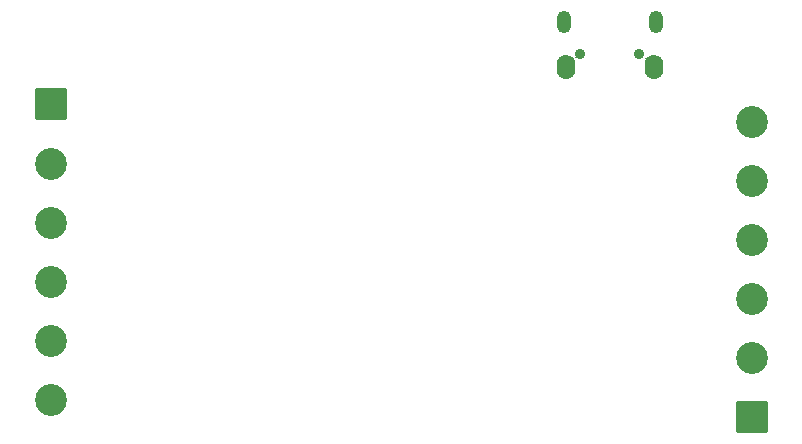
<source format=gbr>
G04 #@! TF.GenerationSoftware,KiCad,Pcbnew,(6.0.9)*
G04 #@! TF.CreationDate,2022-12-21T18:39:15+01:00*
G04 #@! TF.ProjectId,PP,50502e6b-6963-4616-945f-706362585858,rev?*
G04 #@! TF.SameCoordinates,Original*
G04 #@! TF.FileFunction,Soldermask,Bot*
G04 #@! TF.FilePolarity,Negative*
%FSLAX46Y46*%
G04 Gerber Fmt 4.6, Leading zero omitted, Abs format (unit mm)*
G04 Created by KiCad (PCBNEW (6.0.9)) date 2022-12-21 18:39:15*
%MOMM*%
%LPD*%
G01*
G04 APERTURE LIST*
G04 Aperture macros list*
%AMRoundRect*
0 Rectangle with rounded corners*
0 $1 Rounding radius*
0 $2 $3 $4 $5 $6 $7 $8 $9 X,Y pos of 4 corners*
0 Add a 4 corners polygon primitive as box body*
4,1,4,$2,$3,$4,$5,$6,$7,$8,$9,$2,$3,0*
0 Add four circle primitives for the rounded corners*
1,1,$1+$1,$2,$3*
1,1,$1+$1,$4,$5*
1,1,$1+$1,$6,$7*
1,1,$1+$1,$8,$9*
0 Add four rect primitives between the rounded corners*
20,1,$1+$1,$2,$3,$4,$5,0*
20,1,$1+$1,$4,$5,$6,$7,0*
20,1,$1+$1,$6,$7,$8,$9,0*
20,1,$1+$1,$8,$9,$2,$3,0*%
G04 Aperture macros list end*
%ADD10O,0.902000X0.902000*%
%ADD11O,1.552000X2.102000*%
%ADD12O,1.252000X1.902000*%
%ADD13C,2.702000*%
%ADD14RoundRect,0.051000X1.300000X-1.300000X1.300000X1.300000X-1.300000X1.300000X-1.300000X-1.300000X0*%
%ADD15RoundRect,0.051000X-1.300000X1.300000X-1.300000X-1.300000X1.300000X-1.300000X1.300000X1.300000X0*%
G04 APERTURE END LIST*
D10*
X126810000Y-47750000D03*
X131810000Y-47750000D03*
D11*
X125585000Y-48800000D03*
X133035000Y-48800000D03*
D12*
X125435000Y-45000000D03*
X133185000Y-45000000D03*
D13*
X141305000Y-53500000D03*
X141305000Y-58500000D03*
X141305000Y-63500000D03*
X141305000Y-68500000D03*
X141305000Y-73500000D03*
D14*
X141305000Y-78500000D03*
D15*
X82000000Y-52000000D03*
D13*
X82000000Y-57000000D03*
X82000000Y-62000000D03*
X82000000Y-67000000D03*
X82000000Y-72000000D03*
X82000000Y-77000000D03*
G36*
X82127603Y-75648379D02*
G01*
X82127930Y-75648410D01*
X82346643Y-75687369D01*
X82346960Y-75687453D01*
X82556375Y-75761611D01*
X82556674Y-75761745D01*
X82751165Y-75869109D01*
X82751438Y-75869290D01*
X82925782Y-76006980D01*
X82926021Y-76007204D01*
X83075536Y-76171518D01*
X83075736Y-76171778D01*
X83196407Y-76358306D01*
X83196562Y-76358595D01*
X83285147Y-76562329D01*
X83285253Y-76562639D01*
X83339374Y-76778101D01*
X83339427Y-76778424D01*
X83357926Y-77003440D01*
X83357932Y-77003653D01*
X83356490Y-77062685D01*
X83356474Y-77062897D01*
X83327004Y-77286741D01*
X83326935Y-77287061D01*
X83262353Y-77499625D01*
X83262232Y-77499930D01*
X83163800Y-77699091D01*
X83163631Y-77699372D01*
X83033992Y-77879784D01*
X83033780Y-77880034D01*
X82876419Y-78036847D01*
X82876168Y-78037058D01*
X82695302Y-78166068D01*
X82695021Y-78166236D01*
X82495523Y-78263970D01*
X82495218Y-78264090D01*
X82282429Y-78327929D01*
X82282108Y-78327997D01*
X82061748Y-78356225D01*
X82061421Y-78356240D01*
X81839417Y-78348101D01*
X81839091Y-78348062D01*
X81621390Y-78303770D01*
X81621076Y-78303678D01*
X81413534Y-78224425D01*
X81413238Y-78224284D01*
X81221430Y-78112201D01*
X81221161Y-78112013D01*
X81050232Y-77970103D01*
X81049998Y-77969873D01*
X80904542Y-77801955D01*
X80904349Y-77801691D01*
X80788273Y-77612272D01*
X80788125Y-77611979D01*
X80704544Y-77406143D01*
X80704446Y-77405831D01*
X80655606Y-77189109D01*
X80655560Y-77188784D01*
X80642770Y-76966991D01*
X80642772Y-76966928D01*
X80646781Y-76966928D01*
X80659551Y-77188390D01*
X80708318Y-77404790D01*
X80791775Y-77610318D01*
X80907679Y-77799457D01*
X81052917Y-77967125D01*
X81223596Y-78108824D01*
X81415123Y-78220743D01*
X81622346Y-78299875D01*
X81839725Y-78344101D01*
X82061405Y-78352229D01*
X82281432Y-78324043D01*
X82493908Y-78260297D01*
X82693116Y-78162707D01*
X82873703Y-78033896D01*
X83030838Y-77877308D01*
X83160282Y-77697168D01*
X83258566Y-77498304D01*
X83323053Y-77286053D01*
X83352016Y-77066062D01*
X83353628Y-77000059D01*
X83335448Y-76778920D01*
X83281405Y-76563771D01*
X83192953Y-76360344D01*
X83072463Y-76174094D01*
X82923172Y-76010026D01*
X82749081Y-75872538D01*
X82554879Y-75765332D01*
X82345778Y-75691285D01*
X82127388Y-75652384D01*
X81905576Y-75649674D01*
X81686300Y-75683228D01*
X81475449Y-75752145D01*
X81278686Y-75854573D01*
X81101296Y-75987761D01*
X80948036Y-76148139D01*
X80823032Y-76331389D01*
X80729634Y-76532597D01*
X80670354Y-76746352D01*
X80646781Y-76966928D01*
X80642772Y-76966928D01*
X80642778Y-76966663D01*
X80666386Y-76745767D01*
X80666448Y-76745446D01*
X80725817Y-76531363D01*
X80725930Y-76531055D01*
X80819466Y-76329552D01*
X80819628Y-76329267D01*
X80944818Y-76145746D01*
X80945024Y-76145491D01*
X81098511Y-75984876D01*
X81098756Y-75984659D01*
X81276415Y-75851268D01*
X81276693Y-75851093D01*
X81473742Y-75748516D01*
X81474044Y-75748389D01*
X81685213Y-75679369D01*
X81685531Y-75679293D01*
X81905133Y-75645689D01*
X81905460Y-75645666D01*
X82127603Y-75648379D01*
G37*
G36*
X141432603Y-72148379D02*
G01*
X141432930Y-72148410D01*
X141651643Y-72187369D01*
X141651960Y-72187453D01*
X141861375Y-72261611D01*
X141861674Y-72261745D01*
X142056165Y-72369109D01*
X142056438Y-72369290D01*
X142230782Y-72506980D01*
X142231021Y-72507204D01*
X142380536Y-72671518D01*
X142380736Y-72671778D01*
X142501407Y-72858306D01*
X142501562Y-72858595D01*
X142590147Y-73062329D01*
X142590253Y-73062639D01*
X142644374Y-73278101D01*
X142644427Y-73278424D01*
X142662926Y-73503440D01*
X142662932Y-73503653D01*
X142661490Y-73562685D01*
X142661474Y-73562897D01*
X142632004Y-73786741D01*
X142631935Y-73787061D01*
X142567353Y-73999625D01*
X142567232Y-73999930D01*
X142468800Y-74199091D01*
X142468631Y-74199372D01*
X142338992Y-74379784D01*
X142338780Y-74380034D01*
X142181419Y-74536847D01*
X142181168Y-74537058D01*
X142000302Y-74666068D01*
X142000021Y-74666236D01*
X141800523Y-74763970D01*
X141800218Y-74764090D01*
X141587429Y-74827929D01*
X141587108Y-74827997D01*
X141366748Y-74856225D01*
X141366421Y-74856240D01*
X141144417Y-74848101D01*
X141144091Y-74848062D01*
X140926390Y-74803770D01*
X140926076Y-74803678D01*
X140718534Y-74724425D01*
X140718238Y-74724284D01*
X140526430Y-74612201D01*
X140526161Y-74612013D01*
X140355232Y-74470103D01*
X140354998Y-74469873D01*
X140209542Y-74301955D01*
X140209349Y-74301691D01*
X140093273Y-74112272D01*
X140093125Y-74111979D01*
X140009544Y-73906143D01*
X140009446Y-73905831D01*
X139960606Y-73689109D01*
X139960560Y-73688784D01*
X139947770Y-73466991D01*
X139947772Y-73466928D01*
X139951781Y-73466928D01*
X139964551Y-73688390D01*
X140013318Y-73904790D01*
X140096775Y-74110318D01*
X140212679Y-74299457D01*
X140357917Y-74467125D01*
X140528596Y-74608824D01*
X140720123Y-74720743D01*
X140927346Y-74799875D01*
X141144725Y-74844101D01*
X141366405Y-74852229D01*
X141586432Y-74824043D01*
X141798908Y-74760297D01*
X141998116Y-74662707D01*
X142178703Y-74533896D01*
X142335838Y-74377308D01*
X142465282Y-74197168D01*
X142563566Y-73998304D01*
X142628053Y-73786053D01*
X142657016Y-73566062D01*
X142658628Y-73500059D01*
X142640448Y-73278920D01*
X142586405Y-73063771D01*
X142497953Y-72860344D01*
X142377463Y-72674094D01*
X142228172Y-72510026D01*
X142054081Y-72372538D01*
X141859879Y-72265332D01*
X141650778Y-72191285D01*
X141432388Y-72152384D01*
X141210576Y-72149674D01*
X140991300Y-72183228D01*
X140780449Y-72252145D01*
X140583686Y-72354573D01*
X140406296Y-72487761D01*
X140253036Y-72648139D01*
X140128032Y-72831389D01*
X140034634Y-73032597D01*
X139975354Y-73246352D01*
X139951781Y-73466928D01*
X139947772Y-73466928D01*
X139947778Y-73466663D01*
X139971386Y-73245767D01*
X139971448Y-73245446D01*
X140030817Y-73031363D01*
X140030930Y-73031055D01*
X140124466Y-72829552D01*
X140124628Y-72829267D01*
X140249818Y-72645746D01*
X140250024Y-72645491D01*
X140403511Y-72484876D01*
X140403756Y-72484659D01*
X140581415Y-72351268D01*
X140581693Y-72351093D01*
X140778742Y-72248516D01*
X140779044Y-72248389D01*
X140990213Y-72179369D01*
X140990531Y-72179293D01*
X141210133Y-72145689D01*
X141210460Y-72145666D01*
X141432603Y-72148379D01*
G37*
G36*
X82127603Y-70648379D02*
G01*
X82127930Y-70648410D01*
X82346643Y-70687369D01*
X82346960Y-70687453D01*
X82556375Y-70761611D01*
X82556674Y-70761745D01*
X82751165Y-70869109D01*
X82751438Y-70869290D01*
X82925782Y-71006980D01*
X82926021Y-71007204D01*
X83075536Y-71171518D01*
X83075736Y-71171778D01*
X83196407Y-71358306D01*
X83196562Y-71358595D01*
X83285147Y-71562329D01*
X83285253Y-71562639D01*
X83339374Y-71778101D01*
X83339427Y-71778424D01*
X83357926Y-72003440D01*
X83357932Y-72003653D01*
X83356490Y-72062685D01*
X83356474Y-72062897D01*
X83327004Y-72286741D01*
X83326935Y-72287061D01*
X83262353Y-72499625D01*
X83262232Y-72499930D01*
X83163800Y-72699091D01*
X83163631Y-72699372D01*
X83033992Y-72879784D01*
X83033780Y-72880034D01*
X82876419Y-73036847D01*
X82876168Y-73037058D01*
X82695302Y-73166068D01*
X82695021Y-73166236D01*
X82495523Y-73263970D01*
X82495218Y-73264090D01*
X82282429Y-73327929D01*
X82282108Y-73327997D01*
X82061748Y-73356225D01*
X82061421Y-73356240D01*
X81839417Y-73348101D01*
X81839091Y-73348062D01*
X81621390Y-73303770D01*
X81621076Y-73303678D01*
X81413534Y-73224425D01*
X81413238Y-73224284D01*
X81221430Y-73112201D01*
X81221161Y-73112013D01*
X81050232Y-72970103D01*
X81049998Y-72969873D01*
X80904542Y-72801955D01*
X80904349Y-72801691D01*
X80788273Y-72612272D01*
X80788125Y-72611979D01*
X80704544Y-72406143D01*
X80704446Y-72405831D01*
X80655606Y-72189109D01*
X80655560Y-72188784D01*
X80642770Y-71966991D01*
X80642772Y-71966928D01*
X80646781Y-71966928D01*
X80659551Y-72188390D01*
X80708318Y-72404790D01*
X80791775Y-72610318D01*
X80907679Y-72799457D01*
X81052917Y-72967125D01*
X81223596Y-73108824D01*
X81415123Y-73220743D01*
X81622346Y-73299875D01*
X81839725Y-73344101D01*
X82061405Y-73352229D01*
X82281432Y-73324043D01*
X82493908Y-73260297D01*
X82693116Y-73162707D01*
X82873703Y-73033896D01*
X83030838Y-72877308D01*
X83160282Y-72697168D01*
X83258566Y-72498304D01*
X83323053Y-72286053D01*
X83352016Y-72066062D01*
X83353628Y-72000059D01*
X83335448Y-71778920D01*
X83281405Y-71563771D01*
X83192953Y-71360344D01*
X83072463Y-71174094D01*
X82923172Y-71010026D01*
X82749081Y-70872538D01*
X82554879Y-70765332D01*
X82345778Y-70691285D01*
X82127388Y-70652384D01*
X81905576Y-70649674D01*
X81686300Y-70683228D01*
X81475449Y-70752145D01*
X81278686Y-70854573D01*
X81101296Y-70987761D01*
X80948036Y-71148139D01*
X80823032Y-71331389D01*
X80729634Y-71532597D01*
X80670354Y-71746352D01*
X80646781Y-71966928D01*
X80642772Y-71966928D01*
X80642778Y-71966663D01*
X80666386Y-71745767D01*
X80666448Y-71745446D01*
X80725817Y-71531363D01*
X80725930Y-71531055D01*
X80819466Y-71329552D01*
X80819628Y-71329267D01*
X80944818Y-71145746D01*
X80945024Y-71145491D01*
X81098511Y-70984876D01*
X81098756Y-70984659D01*
X81276415Y-70851268D01*
X81276693Y-70851093D01*
X81473742Y-70748516D01*
X81474044Y-70748389D01*
X81685213Y-70679369D01*
X81685531Y-70679293D01*
X81905133Y-70645689D01*
X81905460Y-70645666D01*
X82127603Y-70648379D01*
G37*
G36*
X141432603Y-67148379D02*
G01*
X141432930Y-67148410D01*
X141651643Y-67187369D01*
X141651960Y-67187453D01*
X141861375Y-67261611D01*
X141861674Y-67261745D01*
X142056165Y-67369109D01*
X142056438Y-67369290D01*
X142230782Y-67506980D01*
X142231021Y-67507204D01*
X142380536Y-67671518D01*
X142380736Y-67671778D01*
X142501407Y-67858306D01*
X142501562Y-67858595D01*
X142590147Y-68062329D01*
X142590253Y-68062639D01*
X142644374Y-68278101D01*
X142644427Y-68278424D01*
X142662926Y-68503440D01*
X142662932Y-68503653D01*
X142661490Y-68562685D01*
X142661474Y-68562897D01*
X142632004Y-68786741D01*
X142631935Y-68787061D01*
X142567353Y-68999625D01*
X142567232Y-68999930D01*
X142468800Y-69199091D01*
X142468631Y-69199372D01*
X142338992Y-69379784D01*
X142338780Y-69380034D01*
X142181419Y-69536847D01*
X142181168Y-69537058D01*
X142000302Y-69666068D01*
X142000021Y-69666236D01*
X141800523Y-69763970D01*
X141800218Y-69764090D01*
X141587429Y-69827929D01*
X141587108Y-69827997D01*
X141366748Y-69856225D01*
X141366421Y-69856240D01*
X141144417Y-69848101D01*
X141144091Y-69848062D01*
X140926390Y-69803770D01*
X140926076Y-69803678D01*
X140718534Y-69724425D01*
X140718238Y-69724284D01*
X140526430Y-69612201D01*
X140526161Y-69612013D01*
X140355232Y-69470103D01*
X140354998Y-69469873D01*
X140209542Y-69301955D01*
X140209349Y-69301691D01*
X140093273Y-69112272D01*
X140093125Y-69111979D01*
X140009544Y-68906143D01*
X140009446Y-68905831D01*
X139960606Y-68689109D01*
X139960560Y-68688784D01*
X139947770Y-68466991D01*
X139947772Y-68466928D01*
X139951781Y-68466928D01*
X139964551Y-68688390D01*
X140013318Y-68904790D01*
X140096775Y-69110318D01*
X140212679Y-69299457D01*
X140357917Y-69467125D01*
X140528596Y-69608824D01*
X140720123Y-69720743D01*
X140927346Y-69799875D01*
X141144725Y-69844101D01*
X141366405Y-69852229D01*
X141586432Y-69824043D01*
X141798908Y-69760297D01*
X141998116Y-69662707D01*
X142178703Y-69533896D01*
X142335838Y-69377308D01*
X142465282Y-69197168D01*
X142563566Y-68998304D01*
X142628053Y-68786053D01*
X142657016Y-68566062D01*
X142658628Y-68500059D01*
X142640448Y-68278920D01*
X142586405Y-68063771D01*
X142497953Y-67860344D01*
X142377463Y-67674094D01*
X142228172Y-67510026D01*
X142054081Y-67372538D01*
X141859879Y-67265332D01*
X141650778Y-67191285D01*
X141432388Y-67152384D01*
X141210576Y-67149674D01*
X140991300Y-67183228D01*
X140780449Y-67252145D01*
X140583686Y-67354573D01*
X140406296Y-67487761D01*
X140253036Y-67648139D01*
X140128032Y-67831389D01*
X140034634Y-68032597D01*
X139975354Y-68246352D01*
X139951781Y-68466928D01*
X139947772Y-68466928D01*
X139947778Y-68466663D01*
X139971386Y-68245767D01*
X139971448Y-68245446D01*
X140030817Y-68031363D01*
X140030930Y-68031055D01*
X140124466Y-67829552D01*
X140124628Y-67829267D01*
X140249818Y-67645746D01*
X140250024Y-67645491D01*
X140403511Y-67484876D01*
X140403756Y-67484659D01*
X140581415Y-67351268D01*
X140581693Y-67351093D01*
X140778742Y-67248516D01*
X140779044Y-67248389D01*
X140990213Y-67179369D01*
X140990531Y-67179293D01*
X141210133Y-67145689D01*
X141210460Y-67145666D01*
X141432603Y-67148379D01*
G37*
G36*
X82127603Y-65648379D02*
G01*
X82127930Y-65648410D01*
X82346643Y-65687369D01*
X82346960Y-65687453D01*
X82556375Y-65761611D01*
X82556674Y-65761745D01*
X82751165Y-65869109D01*
X82751438Y-65869290D01*
X82925782Y-66006980D01*
X82926021Y-66007204D01*
X83075536Y-66171518D01*
X83075736Y-66171778D01*
X83196407Y-66358306D01*
X83196562Y-66358595D01*
X83285147Y-66562329D01*
X83285253Y-66562639D01*
X83339374Y-66778101D01*
X83339427Y-66778424D01*
X83357926Y-67003440D01*
X83357932Y-67003653D01*
X83356490Y-67062685D01*
X83356474Y-67062897D01*
X83327004Y-67286741D01*
X83326935Y-67287061D01*
X83262353Y-67499625D01*
X83262232Y-67499930D01*
X83163800Y-67699091D01*
X83163631Y-67699372D01*
X83033992Y-67879784D01*
X83033780Y-67880034D01*
X82876419Y-68036847D01*
X82876168Y-68037058D01*
X82695302Y-68166068D01*
X82695021Y-68166236D01*
X82495523Y-68263970D01*
X82495218Y-68264090D01*
X82282429Y-68327929D01*
X82282108Y-68327997D01*
X82061748Y-68356225D01*
X82061421Y-68356240D01*
X81839417Y-68348101D01*
X81839091Y-68348062D01*
X81621390Y-68303770D01*
X81621076Y-68303678D01*
X81413534Y-68224425D01*
X81413238Y-68224284D01*
X81221430Y-68112201D01*
X81221161Y-68112013D01*
X81050232Y-67970103D01*
X81049998Y-67969873D01*
X80904542Y-67801955D01*
X80904349Y-67801691D01*
X80788273Y-67612272D01*
X80788125Y-67611979D01*
X80704544Y-67406143D01*
X80704446Y-67405831D01*
X80655606Y-67189109D01*
X80655560Y-67188784D01*
X80642770Y-66966991D01*
X80642772Y-66966928D01*
X80646781Y-66966928D01*
X80659551Y-67188390D01*
X80708318Y-67404790D01*
X80791775Y-67610318D01*
X80907679Y-67799457D01*
X81052917Y-67967125D01*
X81223596Y-68108824D01*
X81415123Y-68220743D01*
X81622346Y-68299875D01*
X81839725Y-68344101D01*
X82061405Y-68352229D01*
X82281432Y-68324043D01*
X82493908Y-68260297D01*
X82693116Y-68162707D01*
X82873703Y-68033896D01*
X83030838Y-67877308D01*
X83160282Y-67697168D01*
X83258566Y-67498304D01*
X83323053Y-67286053D01*
X83352016Y-67066062D01*
X83353628Y-67000059D01*
X83335448Y-66778920D01*
X83281405Y-66563771D01*
X83192953Y-66360344D01*
X83072463Y-66174094D01*
X82923172Y-66010026D01*
X82749081Y-65872538D01*
X82554879Y-65765332D01*
X82345778Y-65691285D01*
X82127388Y-65652384D01*
X81905576Y-65649674D01*
X81686300Y-65683228D01*
X81475449Y-65752145D01*
X81278686Y-65854573D01*
X81101296Y-65987761D01*
X80948036Y-66148139D01*
X80823032Y-66331389D01*
X80729634Y-66532597D01*
X80670354Y-66746352D01*
X80646781Y-66966928D01*
X80642772Y-66966928D01*
X80642778Y-66966663D01*
X80666386Y-66745767D01*
X80666448Y-66745446D01*
X80725817Y-66531363D01*
X80725930Y-66531055D01*
X80819466Y-66329552D01*
X80819628Y-66329267D01*
X80944818Y-66145746D01*
X80945024Y-66145491D01*
X81098511Y-65984876D01*
X81098756Y-65984659D01*
X81276415Y-65851268D01*
X81276693Y-65851093D01*
X81473742Y-65748516D01*
X81474044Y-65748389D01*
X81685213Y-65679369D01*
X81685531Y-65679293D01*
X81905133Y-65645689D01*
X81905460Y-65645666D01*
X82127603Y-65648379D01*
G37*
G36*
X141432603Y-62148379D02*
G01*
X141432930Y-62148410D01*
X141651643Y-62187369D01*
X141651960Y-62187453D01*
X141861375Y-62261611D01*
X141861674Y-62261745D01*
X142056165Y-62369109D01*
X142056438Y-62369290D01*
X142230782Y-62506980D01*
X142231021Y-62507204D01*
X142380536Y-62671518D01*
X142380736Y-62671778D01*
X142501407Y-62858306D01*
X142501562Y-62858595D01*
X142590147Y-63062329D01*
X142590253Y-63062639D01*
X142644374Y-63278101D01*
X142644427Y-63278424D01*
X142662926Y-63503440D01*
X142662932Y-63503653D01*
X142661490Y-63562685D01*
X142661474Y-63562897D01*
X142632004Y-63786741D01*
X142631935Y-63787061D01*
X142567353Y-63999625D01*
X142567232Y-63999930D01*
X142468800Y-64199091D01*
X142468631Y-64199372D01*
X142338992Y-64379784D01*
X142338780Y-64380034D01*
X142181419Y-64536847D01*
X142181168Y-64537058D01*
X142000302Y-64666068D01*
X142000021Y-64666236D01*
X141800523Y-64763970D01*
X141800218Y-64764090D01*
X141587429Y-64827929D01*
X141587108Y-64827997D01*
X141366748Y-64856225D01*
X141366421Y-64856240D01*
X141144417Y-64848101D01*
X141144091Y-64848062D01*
X140926390Y-64803770D01*
X140926076Y-64803678D01*
X140718534Y-64724425D01*
X140718238Y-64724284D01*
X140526430Y-64612201D01*
X140526161Y-64612013D01*
X140355232Y-64470103D01*
X140354998Y-64469873D01*
X140209542Y-64301955D01*
X140209349Y-64301691D01*
X140093273Y-64112272D01*
X140093125Y-64111979D01*
X140009544Y-63906143D01*
X140009446Y-63905831D01*
X139960606Y-63689109D01*
X139960560Y-63688784D01*
X139947770Y-63466991D01*
X139947772Y-63466928D01*
X139951781Y-63466928D01*
X139964551Y-63688390D01*
X140013318Y-63904790D01*
X140096775Y-64110318D01*
X140212679Y-64299457D01*
X140357917Y-64467125D01*
X140528596Y-64608824D01*
X140720123Y-64720743D01*
X140927346Y-64799875D01*
X141144725Y-64844101D01*
X141366405Y-64852229D01*
X141586432Y-64824043D01*
X141798908Y-64760297D01*
X141998116Y-64662707D01*
X142178703Y-64533896D01*
X142335838Y-64377308D01*
X142465282Y-64197168D01*
X142563566Y-63998304D01*
X142628053Y-63786053D01*
X142657016Y-63566062D01*
X142658628Y-63500059D01*
X142640448Y-63278920D01*
X142586405Y-63063771D01*
X142497953Y-62860344D01*
X142377463Y-62674094D01*
X142228172Y-62510026D01*
X142054081Y-62372538D01*
X141859879Y-62265332D01*
X141650778Y-62191285D01*
X141432388Y-62152384D01*
X141210576Y-62149674D01*
X140991300Y-62183228D01*
X140780449Y-62252145D01*
X140583686Y-62354573D01*
X140406296Y-62487761D01*
X140253036Y-62648139D01*
X140128032Y-62831389D01*
X140034634Y-63032597D01*
X139975354Y-63246352D01*
X139951781Y-63466928D01*
X139947772Y-63466928D01*
X139947778Y-63466663D01*
X139971386Y-63245767D01*
X139971448Y-63245446D01*
X140030817Y-63031363D01*
X140030930Y-63031055D01*
X140124466Y-62829552D01*
X140124628Y-62829267D01*
X140249818Y-62645746D01*
X140250024Y-62645491D01*
X140403511Y-62484876D01*
X140403756Y-62484659D01*
X140581415Y-62351268D01*
X140581693Y-62351093D01*
X140778742Y-62248516D01*
X140779044Y-62248389D01*
X140990213Y-62179369D01*
X140990531Y-62179293D01*
X141210133Y-62145689D01*
X141210460Y-62145666D01*
X141432603Y-62148379D01*
G37*
G36*
X82127603Y-60648379D02*
G01*
X82127930Y-60648410D01*
X82346643Y-60687369D01*
X82346960Y-60687453D01*
X82556375Y-60761611D01*
X82556674Y-60761745D01*
X82751165Y-60869109D01*
X82751438Y-60869290D01*
X82925782Y-61006980D01*
X82926021Y-61007204D01*
X83075536Y-61171518D01*
X83075736Y-61171778D01*
X83196407Y-61358306D01*
X83196562Y-61358595D01*
X83285147Y-61562329D01*
X83285253Y-61562639D01*
X83339374Y-61778101D01*
X83339427Y-61778424D01*
X83357926Y-62003440D01*
X83357932Y-62003653D01*
X83356490Y-62062685D01*
X83356474Y-62062897D01*
X83327004Y-62286741D01*
X83326935Y-62287061D01*
X83262353Y-62499625D01*
X83262232Y-62499930D01*
X83163800Y-62699091D01*
X83163631Y-62699372D01*
X83033992Y-62879784D01*
X83033780Y-62880034D01*
X82876419Y-63036847D01*
X82876168Y-63037058D01*
X82695302Y-63166068D01*
X82695021Y-63166236D01*
X82495523Y-63263970D01*
X82495218Y-63264090D01*
X82282429Y-63327929D01*
X82282108Y-63327997D01*
X82061748Y-63356225D01*
X82061421Y-63356240D01*
X81839417Y-63348101D01*
X81839091Y-63348062D01*
X81621390Y-63303770D01*
X81621076Y-63303678D01*
X81413534Y-63224425D01*
X81413238Y-63224284D01*
X81221430Y-63112201D01*
X81221161Y-63112013D01*
X81050232Y-62970103D01*
X81049998Y-62969873D01*
X80904542Y-62801955D01*
X80904349Y-62801691D01*
X80788273Y-62612272D01*
X80788125Y-62611979D01*
X80704544Y-62406143D01*
X80704446Y-62405831D01*
X80655606Y-62189109D01*
X80655560Y-62188784D01*
X80642770Y-61966991D01*
X80642772Y-61966928D01*
X80646781Y-61966928D01*
X80659551Y-62188390D01*
X80708318Y-62404790D01*
X80791775Y-62610318D01*
X80907679Y-62799457D01*
X81052917Y-62967125D01*
X81223596Y-63108824D01*
X81415123Y-63220743D01*
X81622346Y-63299875D01*
X81839725Y-63344101D01*
X82061405Y-63352229D01*
X82281432Y-63324043D01*
X82493908Y-63260297D01*
X82693116Y-63162707D01*
X82873703Y-63033896D01*
X83030838Y-62877308D01*
X83160282Y-62697168D01*
X83258566Y-62498304D01*
X83323053Y-62286053D01*
X83352016Y-62066062D01*
X83353628Y-62000059D01*
X83335448Y-61778920D01*
X83281405Y-61563771D01*
X83192953Y-61360344D01*
X83072463Y-61174094D01*
X82923172Y-61010026D01*
X82749081Y-60872538D01*
X82554879Y-60765332D01*
X82345778Y-60691285D01*
X82127388Y-60652384D01*
X81905576Y-60649674D01*
X81686300Y-60683228D01*
X81475449Y-60752145D01*
X81278686Y-60854573D01*
X81101296Y-60987761D01*
X80948036Y-61148139D01*
X80823032Y-61331389D01*
X80729634Y-61532597D01*
X80670354Y-61746352D01*
X80646781Y-61966928D01*
X80642772Y-61966928D01*
X80642778Y-61966663D01*
X80666386Y-61745767D01*
X80666448Y-61745446D01*
X80725817Y-61531363D01*
X80725930Y-61531055D01*
X80819466Y-61329552D01*
X80819628Y-61329267D01*
X80944818Y-61145746D01*
X80945024Y-61145491D01*
X81098511Y-60984876D01*
X81098756Y-60984659D01*
X81276415Y-60851268D01*
X81276693Y-60851093D01*
X81473742Y-60748516D01*
X81474044Y-60748389D01*
X81685213Y-60679369D01*
X81685531Y-60679293D01*
X81905133Y-60645689D01*
X81905460Y-60645666D01*
X82127603Y-60648379D01*
G37*
G36*
X141432603Y-57148379D02*
G01*
X141432930Y-57148410D01*
X141651643Y-57187369D01*
X141651960Y-57187453D01*
X141861375Y-57261611D01*
X141861674Y-57261745D01*
X142056165Y-57369109D01*
X142056438Y-57369290D01*
X142230782Y-57506980D01*
X142231021Y-57507204D01*
X142380536Y-57671518D01*
X142380736Y-57671778D01*
X142501407Y-57858306D01*
X142501562Y-57858595D01*
X142590147Y-58062329D01*
X142590253Y-58062639D01*
X142644374Y-58278101D01*
X142644427Y-58278424D01*
X142662926Y-58503440D01*
X142662932Y-58503653D01*
X142661490Y-58562685D01*
X142661474Y-58562897D01*
X142632004Y-58786741D01*
X142631935Y-58787061D01*
X142567353Y-58999625D01*
X142567232Y-58999930D01*
X142468800Y-59199091D01*
X142468631Y-59199372D01*
X142338992Y-59379784D01*
X142338780Y-59380034D01*
X142181419Y-59536847D01*
X142181168Y-59537058D01*
X142000302Y-59666068D01*
X142000021Y-59666236D01*
X141800523Y-59763970D01*
X141800218Y-59764090D01*
X141587429Y-59827929D01*
X141587108Y-59827997D01*
X141366748Y-59856225D01*
X141366421Y-59856240D01*
X141144417Y-59848101D01*
X141144091Y-59848062D01*
X140926390Y-59803770D01*
X140926076Y-59803678D01*
X140718534Y-59724425D01*
X140718238Y-59724284D01*
X140526430Y-59612201D01*
X140526161Y-59612013D01*
X140355232Y-59470103D01*
X140354998Y-59469873D01*
X140209542Y-59301955D01*
X140209349Y-59301691D01*
X140093273Y-59112272D01*
X140093125Y-59111979D01*
X140009544Y-58906143D01*
X140009446Y-58905831D01*
X139960606Y-58689109D01*
X139960560Y-58688784D01*
X139947770Y-58466991D01*
X139947772Y-58466928D01*
X139951781Y-58466928D01*
X139964551Y-58688390D01*
X140013318Y-58904790D01*
X140096775Y-59110318D01*
X140212679Y-59299457D01*
X140357917Y-59467125D01*
X140528596Y-59608824D01*
X140720123Y-59720743D01*
X140927346Y-59799875D01*
X141144725Y-59844101D01*
X141366405Y-59852229D01*
X141586432Y-59824043D01*
X141798908Y-59760297D01*
X141998116Y-59662707D01*
X142178703Y-59533896D01*
X142335838Y-59377308D01*
X142465282Y-59197168D01*
X142563566Y-58998304D01*
X142628053Y-58786053D01*
X142657016Y-58566062D01*
X142658628Y-58500059D01*
X142640448Y-58278920D01*
X142586405Y-58063771D01*
X142497953Y-57860344D01*
X142377463Y-57674094D01*
X142228172Y-57510026D01*
X142054081Y-57372538D01*
X141859879Y-57265332D01*
X141650778Y-57191285D01*
X141432388Y-57152384D01*
X141210576Y-57149674D01*
X140991300Y-57183228D01*
X140780449Y-57252145D01*
X140583686Y-57354573D01*
X140406296Y-57487761D01*
X140253036Y-57648139D01*
X140128032Y-57831389D01*
X140034634Y-58032597D01*
X139975354Y-58246352D01*
X139951781Y-58466928D01*
X139947772Y-58466928D01*
X139947778Y-58466663D01*
X139971386Y-58245767D01*
X139971448Y-58245446D01*
X140030817Y-58031363D01*
X140030930Y-58031055D01*
X140124466Y-57829552D01*
X140124628Y-57829267D01*
X140249818Y-57645746D01*
X140250024Y-57645491D01*
X140403511Y-57484876D01*
X140403756Y-57484659D01*
X140581415Y-57351268D01*
X140581693Y-57351093D01*
X140778742Y-57248516D01*
X140779044Y-57248389D01*
X140990213Y-57179369D01*
X140990531Y-57179293D01*
X141210133Y-57145689D01*
X141210460Y-57145666D01*
X141432603Y-57148379D01*
G37*
G36*
X82127603Y-55648379D02*
G01*
X82127930Y-55648410D01*
X82346643Y-55687369D01*
X82346960Y-55687453D01*
X82556375Y-55761611D01*
X82556674Y-55761745D01*
X82751165Y-55869109D01*
X82751438Y-55869290D01*
X82925782Y-56006980D01*
X82926021Y-56007204D01*
X83075536Y-56171518D01*
X83075736Y-56171778D01*
X83196407Y-56358306D01*
X83196562Y-56358595D01*
X83285147Y-56562329D01*
X83285253Y-56562639D01*
X83339374Y-56778101D01*
X83339427Y-56778424D01*
X83357926Y-57003440D01*
X83357932Y-57003653D01*
X83356490Y-57062685D01*
X83356474Y-57062897D01*
X83327004Y-57286741D01*
X83326935Y-57287061D01*
X83262353Y-57499625D01*
X83262232Y-57499930D01*
X83163800Y-57699091D01*
X83163631Y-57699372D01*
X83033992Y-57879784D01*
X83033780Y-57880034D01*
X82876419Y-58036847D01*
X82876168Y-58037058D01*
X82695302Y-58166068D01*
X82695021Y-58166236D01*
X82495523Y-58263970D01*
X82495218Y-58264090D01*
X82282429Y-58327929D01*
X82282108Y-58327997D01*
X82061748Y-58356225D01*
X82061421Y-58356240D01*
X81839417Y-58348101D01*
X81839091Y-58348062D01*
X81621390Y-58303770D01*
X81621076Y-58303678D01*
X81413534Y-58224425D01*
X81413238Y-58224284D01*
X81221430Y-58112201D01*
X81221161Y-58112013D01*
X81050232Y-57970103D01*
X81049998Y-57969873D01*
X80904542Y-57801955D01*
X80904349Y-57801691D01*
X80788273Y-57612272D01*
X80788125Y-57611979D01*
X80704544Y-57406143D01*
X80704446Y-57405831D01*
X80655606Y-57189109D01*
X80655560Y-57188784D01*
X80642770Y-56966991D01*
X80642772Y-56966928D01*
X80646781Y-56966928D01*
X80659551Y-57188390D01*
X80708318Y-57404790D01*
X80791775Y-57610318D01*
X80907679Y-57799457D01*
X81052917Y-57967125D01*
X81223596Y-58108824D01*
X81415123Y-58220743D01*
X81622346Y-58299875D01*
X81839725Y-58344101D01*
X82061405Y-58352229D01*
X82281432Y-58324043D01*
X82493908Y-58260297D01*
X82693116Y-58162707D01*
X82873703Y-58033896D01*
X83030838Y-57877308D01*
X83160282Y-57697168D01*
X83258566Y-57498304D01*
X83323053Y-57286053D01*
X83352016Y-57066062D01*
X83353628Y-57000059D01*
X83335448Y-56778920D01*
X83281405Y-56563771D01*
X83192953Y-56360344D01*
X83072463Y-56174094D01*
X82923172Y-56010026D01*
X82749081Y-55872538D01*
X82554879Y-55765332D01*
X82345778Y-55691285D01*
X82127388Y-55652384D01*
X81905576Y-55649674D01*
X81686300Y-55683228D01*
X81475449Y-55752145D01*
X81278686Y-55854573D01*
X81101296Y-55987761D01*
X80948036Y-56148139D01*
X80823032Y-56331389D01*
X80729634Y-56532597D01*
X80670354Y-56746352D01*
X80646781Y-56966928D01*
X80642772Y-56966928D01*
X80642778Y-56966663D01*
X80666386Y-56745767D01*
X80666448Y-56745446D01*
X80725817Y-56531363D01*
X80725930Y-56531055D01*
X80819466Y-56329552D01*
X80819628Y-56329267D01*
X80944818Y-56145746D01*
X80945024Y-56145491D01*
X81098511Y-55984876D01*
X81098756Y-55984659D01*
X81276415Y-55851268D01*
X81276693Y-55851093D01*
X81473742Y-55748516D01*
X81474044Y-55748389D01*
X81685213Y-55679369D01*
X81685531Y-55679293D01*
X81905133Y-55645689D01*
X81905460Y-55645666D01*
X82127603Y-55648379D01*
G37*
G36*
X141432603Y-52148379D02*
G01*
X141432930Y-52148410D01*
X141651643Y-52187369D01*
X141651960Y-52187453D01*
X141861375Y-52261611D01*
X141861674Y-52261745D01*
X142056165Y-52369109D01*
X142056438Y-52369290D01*
X142230782Y-52506980D01*
X142231021Y-52507204D01*
X142380536Y-52671518D01*
X142380736Y-52671778D01*
X142501407Y-52858306D01*
X142501562Y-52858595D01*
X142590147Y-53062329D01*
X142590253Y-53062639D01*
X142644374Y-53278101D01*
X142644427Y-53278424D01*
X142662926Y-53503440D01*
X142662932Y-53503653D01*
X142661490Y-53562685D01*
X142661474Y-53562897D01*
X142632004Y-53786741D01*
X142631935Y-53787061D01*
X142567353Y-53999625D01*
X142567232Y-53999930D01*
X142468800Y-54199091D01*
X142468631Y-54199372D01*
X142338992Y-54379784D01*
X142338780Y-54380034D01*
X142181419Y-54536847D01*
X142181168Y-54537058D01*
X142000302Y-54666068D01*
X142000021Y-54666236D01*
X141800523Y-54763970D01*
X141800218Y-54764090D01*
X141587429Y-54827929D01*
X141587108Y-54827997D01*
X141366748Y-54856225D01*
X141366421Y-54856240D01*
X141144417Y-54848101D01*
X141144091Y-54848062D01*
X140926390Y-54803770D01*
X140926076Y-54803678D01*
X140718534Y-54724425D01*
X140718238Y-54724284D01*
X140526430Y-54612201D01*
X140526161Y-54612013D01*
X140355232Y-54470103D01*
X140354998Y-54469873D01*
X140209542Y-54301955D01*
X140209349Y-54301691D01*
X140093273Y-54112272D01*
X140093125Y-54111979D01*
X140009544Y-53906143D01*
X140009446Y-53905831D01*
X139960606Y-53689109D01*
X139960560Y-53688784D01*
X139947770Y-53466991D01*
X139947772Y-53466928D01*
X139951781Y-53466928D01*
X139964551Y-53688390D01*
X140013318Y-53904790D01*
X140096775Y-54110318D01*
X140212679Y-54299457D01*
X140357917Y-54467125D01*
X140528596Y-54608824D01*
X140720123Y-54720743D01*
X140927346Y-54799875D01*
X141144725Y-54844101D01*
X141366405Y-54852229D01*
X141586432Y-54824043D01*
X141798908Y-54760297D01*
X141998116Y-54662707D01*
X142178703Y-54533896D01*
X142335838Y-54377308D01*
X142465282Y-54197168D01*
X142563566Y-53998304D01*
X142628053Y-53786053D01*
X142657016Y-53566062D01*
X142658628Y-53500059D01*
X142640448Y-53278920D01*
X142586405Y-53063771D01*
X142497953Y-52860344D01*
X142377463Y-52674094D01*
X142228172Y-52510026D01*
X142054081Y-52372538D01*
X141859879Y-52265332D01*
X141650778Y-52191285D01*
X141432388Y-52152384D01*
X141210576Y-52149674D01*
X140991300Y-52183228D01*
X140780449Y-52252145D01*
X140583686Y-52354573D01*
X140406296Y-52487761D01*
X140253036Y-52648139D01*
X140128032Y-52831389D01*
X140034634Y-53032597D01*
X139975354Y-53246352D01*
X139951781Y-53466928D01*
X139947772Y-53466928D01*
X139947778Y-53466663D01*
X139971386Y-53245767D01*
X139971448Y-53245446D01*
X140030817Y-53031363D01*
X140030930Y-53031055D01*
X140124466Y-52829552D01*
X140124628Y-52829267D01*
X140249818Y-52645746D01*
X140250024Y-52645491D01*
X140403511Y-52484876D01*
X140403756Y-52484659D01*
X140581415Y-52351268D01*
X140581693Y-52351093D01*
X140778742Y-52248516D01*
X140779044Y-52248389D01*
X140990213Y-52179369D01*
X140990531Y-52179293D01*
X141210133Y-52145689D01*
X141210460Y-52145666D01*
X141432603Y-52148379D01*
G37*
G36*
X126393871Y-47907809D02*
G01*
X126428829Y-47987258D01*
X126500007Y-48071935D01*
X126500356Y-48073904D01*
X126498825Y-48075191D01*
X126497258Y-48074809D01*
X126484463Y-48064991D01*
X126419588Y-48039910D01*
X126351742Y-48053826D01*
X126302190Y-48102213D01*
X126286626Y-48169872D01*
X126292421Y-48200528D01*
X126316268Y-48273922D01*
X126315852Y-48275878D01*
X126313950Y-48276496D01*
X126312477Y-48275198D01*
X126283006Y-48190569D01*
X126191651Y-48044371D01*
X126191581Y-48042372D01*
X126193277Y-48041312D01*
X126194396Y-48041608D01*
X126243774Y-48072028D01*
X126313019Y-48070709D01*
X126370559Y-48032163D01*
X126398137Y-47968600D01*
X126390058Y-47908882D01*
X126390817Y-47907032D01*
X126392799Y-47906764D01*
X126393871Y-47907809D01*
G37*
G36*
X132229358Y-47910655D02*
G01*
X132229692Y-47911992D01*
X132222888Y-47975281D01*
X132253888Y-48037210D01*
X132313451Y-48072551D01*
X132382696Y-48070078D01*
X132427445Y-48040790D01*
X132429442Y-48040678D01*
X132430537Y-48042351D01*
X132430221Y-48043546D01*
X132341730Y-48180858D01*
X132308589Y-48271912D01*
X132307057Y-48273198D01*
X132305178Y-48272514D01*
X132304808Y-48270610D01*
X132327529Y-48200680D01*
X132329515Y-48131153D01*
X132293750Y-48071842D01*
X132231599Y-48041285D01*
X132162623Y-48049199D01*
X132135663Y-48064893D01*
X132116463Y-48079625D01*
X132114481Y-48079886D01*
X132113263Y-48078299D01*
X132113763Y-48076696D01*
X132182221Y-48001066D01*
X132225903Y-47910906D01*
X132227558Y-47909783D01*
X132229358Y-47910655D01*
G37*
M02*

</source>
